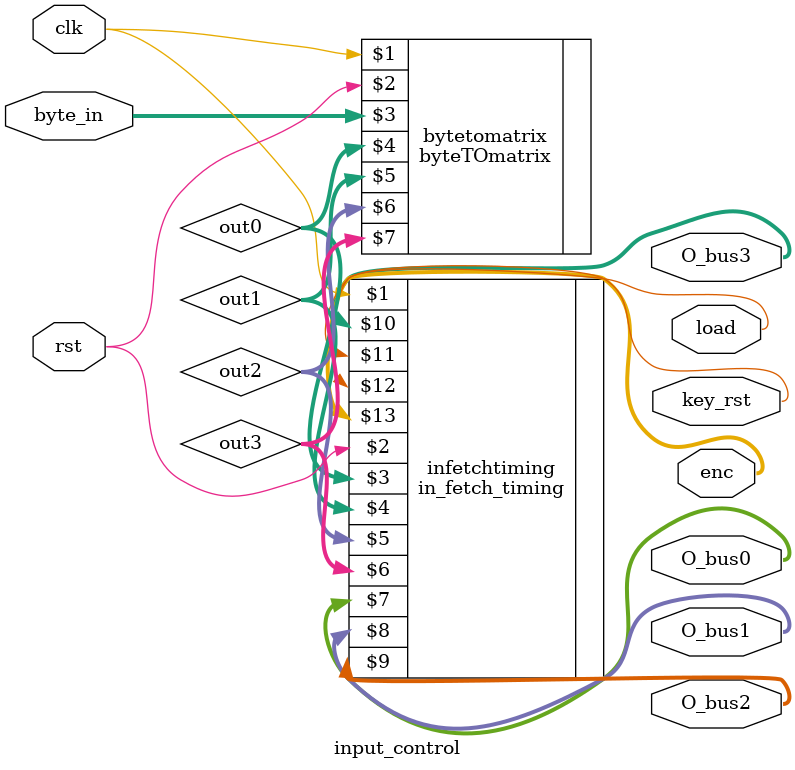
<source format=v>
module input_control (clk, rst, byte_in, O_bus0, O_bus1, O_bus2 , O_bus3, load, key_rst,  enc);
    input clk,rst;
    input [7:0] byte_in;
    output load, key_rst;
    output [31:0] O_bus0, O_bus1, O_bus2, O_bus3;
    output [5:0] enc;
    
    wire [31:0] out0,out1,out2,out3;
      byteTOmatrix bytetomatrix  (clk, rst, byte_in, out0, out1, out2, out3);
      in_fetch_timing infetchtiming (clk,rst,out0,out1,out2,out3,O_bus0,O_bus1,O_bus2,O_bus3,load,key_rst, enc);
endmodule

</source>
